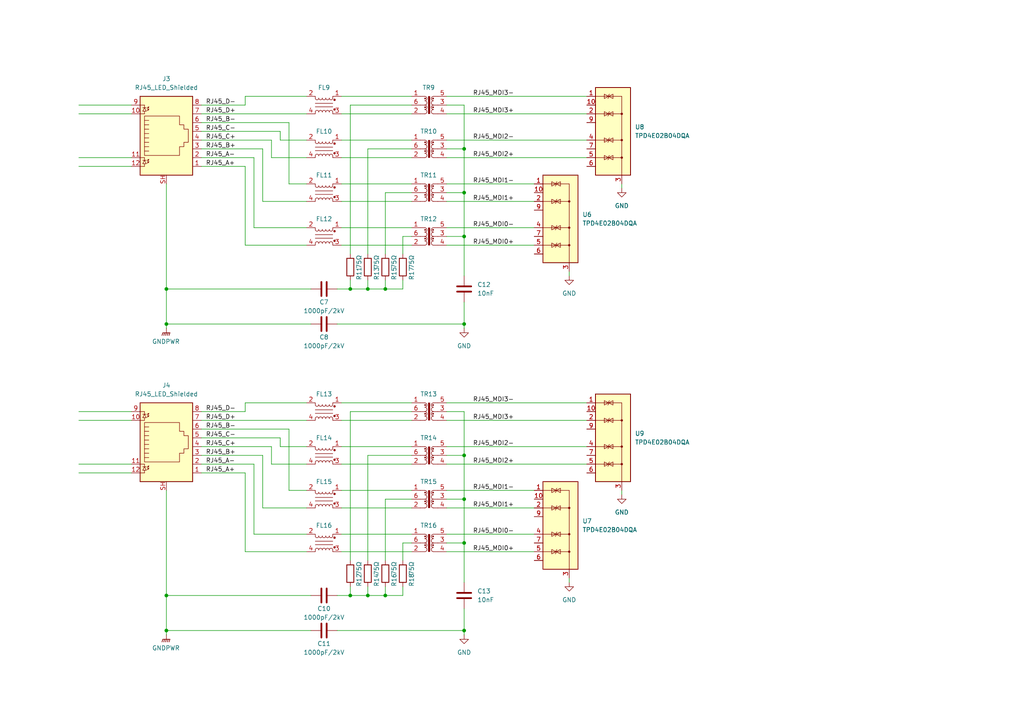
<source format=kicad_sch>
(kicad_sch (version 20250114) (generator "eeschema") (generator_version "9.0")
  (paper "A4")
  (lib_symbols
    (symbol "Connector:RJ45_LED_Shielded" (pin_names (offset 1.016))
      (property "Reference" "J" (at -5.08 13.97 0))
      (property "Value" "RJ45_LED_Shielded" (at 1.27 13.97 0))
      (symbol "RJ45_LED_Shielded_0_1"
        (polyline (pts (xy -7.62 10.16) (xy -6.35 10.16)))
        (polyline (pts (xy -7.62 7.62) (xy -6.35 7.62)))
        (polyline (pts (xy -7.62 -5.08) (xy -6.35 -5.08)))
        (polyline (pts (xy -7.62 -7.62) (xy -6.35 -7.62)))
        (polyline (pts (xy -6.858 9.398) (xy -5.842 9.398)))
        (polyline (pts (xy -6.858 -5.842) (xy -5.842 -5.842)))
        (polyline (pts (xy -6.35 10.16) (xy -6.35 9.398)))
        (polyline (pts (xy -6.35 9.398) (xy -6.858 8.382) (xy -5.842 8.382) (xy -6.35 9.398)))
        (polyline (pts (xy -6.35 7.62) (xy -6.35 8.382)))
        (polyline (pts (xy -6.35 1.905) (xy -5.08 1.905) (xy -5.08 1.905)))
        (polyline (pts (xy -6.35 0.635) (xy -5.08 0.635) (xy -5.08 0.635)))
        (polyline (pts (xy -6.35 -0.635) (xy -5.08 -0.635) (xy -5.08 -0.635)))
        (polyline (pts (xy -6.35 -1.905) (xy -5.08 -1.905) (xy -5.08 -1.905)))
        (polyline (pts (xy -6.35 -3.175) (xy -5.08 -3.175) (xy -5.08 -3.175)))
        (polyline (pts (xy -6.35 -4.445) (xy -6.35 6.985) (xy 3.81 6.985) (xy 3.81 4.445) (xy 5.08 4.445) (xy 5.08 3.175) (xy 6.35 3.175) (xy 6.35 -0.635) (xy 5.08 -0.635) (xy 5.08 -1.905) (xy 3.81 -1.905) (xy 3.81 -4.445) (xy -6.35 -4.445) (xy -6.35 -4.445)))
        (polyline (pts (xy -6.35 -5.08) (xy -6.35 -5.842)))
        (polyline (pts (xy -6.35 -5.842) (xy -6.858 -6.858) (xy -5.842 -6.858) (xy -6.35 -5.842)))
        (polyline (pts (xy -6.35 -7.62) (xy -6.35 -6.858)))
        (polyline (pts (xy -5.588 9.144) (xy -5.08 9.652) (xy -5.461 9.525)))
        (polyline (pts (xy -5.588 8.509) (xy -5.08 9.017) (xy -5.461 8.89)))
        (polyline (pts (xy -5.588 -6.096) (xy -5.08 -5.588) (xy -5.461 -5.715)))
        (polyline (pts (xy -5.588 -6.731) (xy -5.08 -6.223) (xy -5.461 -6.35)))
        (polyline (pts (xy -5.08 9.652) (xy -5.207 9.271)))
        (polyline (pts (xy -5.08 9.017) (xy -5.207 8.636)))
        (polyline (pts (xy -5.08 5.715) (xy -6.35 5.715)))
        (polyline (pts (xy -5.08 4.445) (xy -6.35 4.445)))
        (polyline (pts (xy -5.08 3.175) (xy -6.35 3.175) (xy -6.35 3.175)))
        (polyline (pts (xy -5.08 -5.588) (xy -5.207 -5.969)))
        (polyline (pts (xy -5.08 -6.223) (xy -5.207 -6.604)))
        (rectangle (start 7.62 12.7) (end -7.62 -10.16) (stroke (width 0.254)) (fill (type background)))
      )
      (symbol "RJ45_LED_Shielded_1_1"
        (pin passive line (at -10.16 10.16 0) (length 2.54) (name "~") (number "9"))
        (pin passive line (at -10.16 7.62 0) (length 2.54) (name "~") (number "10"))
        (pin passive line (at -10.16 -5.08 0) (length 2.54) (name "~") (number "11"))
        (pin passive line (at -10.16 -7.62 0) (length 2.54) (name "~") (number "12"))
        (pin passive line (at 0 -12.7 90) (length 2.54) (name "~") (number "SH"))
        (pin passive line (at 10.16 10.16 180) (length 2.54) (name "~") (number "8"))
        (pin passive line (at 10.16 7.62 180) (length 2.54) (name "~") (number "7"))
        (pin passive line (at 10.16 5.08 180) (length 2.54) (name "~") (number "6"))
        (pin passive line (at 10.16 2.54 180) (length 2.54) (name "~") (number "5"))
        (pin passive line (at 10.16 0 180) (length 2.54) (name "~") (number "4"))
        (pin passive line (at 10.16 -2.54 180) (length 2.54) (name "~") (number "3"))
        (pin passive line (at 10.16 -5.08 180) (length 2.54) (name "~") (number "2"))
        (pin passive line (at 10.16 -7.62 180) (length 2.54) (name "~") (number "1"))
      )
    )
    (symbol "Device:C" (pin_numbers (hide yes)) (pin_names (offset 0.254))
      (property "Reference" "C" (at 0.635 2.54 0))
      (property "Value" "C" (at 0.635 -2.54 0))
      (symbol "C_0_1"
        (polyline (pts (xy -2.032 0.762) (xy 2.032 0.762)) (stroke (width 0.508)))
        (polyline (pts (xy -2.032 -0.762) (xy 2.032 -0.762)) (stroke (width 0.508)))
      )
      (symbol "C_1_1"
        (pin passive line (at 0 3.81 270) (length 2.794) (name "~") (number "1"))
        (pin passive line (at 0 -3.81 90) (length 2.794) (name "~") (number "2"))
      )
    )
    (symbol "Device:Filter_EMI_CommonMode" (pin_names (offset 0.254) (hide yes))
      (property "Reference" "FL" (at 0 4.445 0))
      (property "Value" "Filter_EMI_CommonMode" (at 0 -4.445 0))
      (symbol "Filter_EMI_CommonMode_0_1"
        (circle (center -3.048 1.524) (radius 0.254) (fill (type outline)))
        (circle (center -3.048 -1.27) (radius 0.254) (fill (type outline)))
        (polyline (pts (xy -2.54 2.032) (xy -2.54 2.54)))
        (polyline (pts (xy -2.54 0.508) (xy 2.54 0.508)))
        (polyline (pts (xy -2.54 -2.032) (xy -2.54 -2.54)))
        (arc (start -1.524 2.032) (mid -2.032 1.5262) (end -2.54 2.032))
        (arc (start -2.54 -2.032) (mid -2.032 -1.5262) (end -1.524 -2.032))
        (arc (start -0.508 2.032) (mid -1.016 1.5262) (end -1.524 2.032))
        (arc (start -1.524 -2.032) (mid -1.016 -1.5262) (end -0.508 -2.032))
        (arc (start 0.508 2.032) (mid 0 1.5262) (end -0.508 2.032))
        (arc (start -0.508 -2.032) (mid 0 -1.5262) (end 0.508 -2.032))
        (arc (start 1.524 2.032) (mid 1.016 1.5262) (end 0.508 2.032))
        (arc (start 0.508 -2.032) (mid 1.016 -1.5262) (end 1.524 -2.032))
        (arc (start 2.54 2.032) (mid 2.032 1.5262) (end 1.524 2.032))
        (arc (start 1.524 -2.032) (mid 2.032 -1.5262) (end 2.54 -2.032))
        (polyline (pts (xy 2.54 2.54) (xy 2.54 2.032)))
        (polyline (pts (xy 2.54 -0.508) (xy -2.54 -0.508)))
        (polyline (pts (xy 2.54 -2.032) (xy 2.54 -2.54)))
      )
      (symbol "Filter_EMI_CommonMode_1_1"
        (pin passive line (at -5.08 2.54 0) (length 2.54) (name "1") (number "1"))
        (pin passive line (at -5.08 -2.54 0) (length 2.54) (name "3") (number "3"))
        (pin passive line (at 5.08 2.54 180) (length 2.54) (name "2") (number "2"))
        (pin passive line (at 5.08 -2.54 180) (length 2.54) (name "4") (number "4"))
      )
    )
    (symbol "Device:R" (pin_numbers (hide yes)) (pin_names (offset 0))
      (property "Reference" "R" (at 2.032 0 90))
      (property "Value" "R" (at 0 0 90))
      (symbol "R_0_1"
        (rectangle (start -1.016 -2.54) (end 1.016 2.54) (stroke (width 0.254)))
      )
      (symbol "R_1_1"
        (pin passive line (at 0 3.81 270) (length 1.27) (name "~") (number "1"))
        (pin passive line (at 0 -3.81 90) (length 1.27) (name "~") (number "2"))
      )
    )
    (symbol "Power_Protection:TPD4E02B04DQA" (pin_names (hide yes))
      (property "Reference" "U" (at 2.54 -11.43 0))
      (property "Value" "TPD4E02B04DQA" (at 7.62 1.905 0))
      (symbol "TPD4E02B04DQA_0_0"
        (pin passive line (at 2.54 -15.24 90) (length 2.54) (name "G") (number "3"))
      )
      (symbol "TPD4E02B04DQA_0_1"
        (rectangle (start -5.08 12.7) (end 5.08 -12.7) (stroke (width 0.254)) (fill (type background)))
        (polyline (pts (xy -5.08 10.16) (xy 2.54 10.16)))
        (polyline (pts (xy -5.08 5.08) (xy 2.54 5.08)))
        (polyline (pts (xy -5.08 -2.54) (xy 2.54 -2.54)))
        (polyline (pts (xy -5.08 -7.62) (xy 2.54 -7.62)))
        (polyline (pts (xy -1.27 10.16) (xy 0 9.525) (xy 0 10.795) (xy -1.27 10.16)))
        (polyline (pts (xy -1.27 5.08) (xy 0 4.445) (xy 0 5.715) (xy -1.27 5.08)))
        (polyline (pts (xy -1.27 -2.54) (xy 0 -3.175) (xy 0 -1.905) (xy -1.27 -2.54)))
        (polyline (pts (xy -1.27 -7.62) (xy 0 -8.255) (xy 0 -6.985) (xy -1.27 -7.62)))
        (polyline (pts (xy 2.54 10.16) (xy 2.54 -12.7)) (stroke (width 0.1524)))
        (circle (center 2.54 5.08) (radius 0.254) (fill (type outline)))
        (circle (center 2.54 -2.54) (radius 0.254) (fill (type outline)))
        (circle (center 2.54 -7.62) (radius 0.254) (fill (type outline)))
      )
      (symbol "TPD4E02B04DQA_1_1"
        (polyline (pts (xy -1.524 9.525) (xy -1.27 9.779) (xy -1.27 10.541) (xy -1.016 10.795)))
        (polyline (pts (xy -1.524 4.445) (xy -1.27 4.699) (xy -1.27 5.461) (xy -1.016 5.715)))
        (polyline (pts (xy -1.524 -3.175) (xy -1.27 -2.921) (xy -1.27 -2.159) (xy -1.016 -1.905)))
        (polyline (pts (xy -1.524 -8.255) (xy -1.27 -8.001) (xy -1.27 -7.239) (xy -1.016 -6.985)))
        (polyline (pts (xy -1.27 10.16) (xy -2.54 9.525) (xy -2.54 10.795) (xy -1.27 10.16)))
        (polyline (pts (xy -1.27 5.08) (xy -2.54 4.445) (xy -2.54 5.715) (xy -1.27 5.08)))
        (polyline (pts (xy -1.27 -2.54) (xy -2.54 -3.175) (xy -2.54 -1.905) (xy -1.27 -2.54)))
        (polyline (pts (xy -1.27 -7.62) (xy -2.54 -8.255) (xy -2.54 -6.985) (xy -1.27 -7.62)))
        (pin passive line (at -7.62 10.16 0) (length 2.54) (name "IO1") (number "1"))
        (pin free line (at -7.62 7.62 0) (length 2.54) (name "NC") (number "10"))
        (pin passive line (at -7.62 5.08 0) (length 2.54) (name "IO2") (number "2"))
        (pin free line (at -7.62 2.54 0) (length 2.54) (name "NC") (number "9"))
        (pin passive line (at -7.62 -2.54 0) (length 2.54) (name "IO3") (number "4"))
        (pin free line (at -7.62 -5.08 0) (length 2.54) (name "NC") (number "7"))
        (pin passive line (at -7.62 -7.62 0) (length 2.54) (name "IO4") (number "5"))
        (pin free line (at -7.62 -10.16 0) (length 2.54) (name "NC") (number "6"))
        (pin passive line (at 2.54 -15.24 90) (length 2.54) (hide yes) (name "G") (number "8"))
      )
    )
    (symbol "User:TDK_ALT3232M_ALT4532M"
      (property "Reference" "TR" (at 0 5.08 0))
      (property "Value" "TDK_ALT3232M_ALT4532M" (at 0 -5.08 0))
      (symbol "TDK_ALT3232M_ALT4532M_0_1"
        (polyline (pts (xy -2.54 2.54) (xy -1.27 2.54)))
        (polyline (pts (xy -2.54 0) (xy -1.27 0)))
        (polyline (pts (xy -2.54 -2.54) (xy -1.27 -2.54)))
        (arc (start -1.27 0) (mid -0.6377 -0.635) (end -1.27 -1.27))
        (arc (start -1.27 -1.27) (mid -0.6377 -1.905) (end -1.27 -2.54))
        (rectangle (start -0.254 2.54) (end 0.254 -2.54) (stroke (width 0.0254)) (fill (type outline)))
        (polyline (pts (xy 1.27 2.54) (xy 2.54 2.54)))
        (polyline (pts (xy 1.27 0) (xy 2.54 0)))
        (polyline (pts (xy 1.27 -2.54) (xy 2.54 -2.54)))
      )
      (symbol "TDK_ALT3232M_ALT4532M_1_1"
        (arc (start -1.27 2.54) (mid -0.6377 1.905) (end -1.27 1.27))
        (arc (start -1.27 1.27) (mid -0.6377 0.635) (end -1.27 0))
        (circle (center -1.143 1.905) (radius 0.127) (stroke (width 0.254)))
        (circle (center -1.143 -0.635) (radius 0.127) (stroke (width 0.254)))
        (circle (center 1.143 1.905) (radius 0.127) (stroke (width 0.254)))
        (circle (center 1.143 -0.635) (radius 0.127) (stroke (width 0.254)))
        (arc (start 1.27 1.27) (mid 0.6377 1.905) (end 1.27 2.54))
        (arc (start 1.27 0) (mid 0.6377 0.635) (end 1.27 1.27))
        (arc (start 1.27 -1.27) (mid 0.6377 -0.635) (end 1.27 0))
        (arc (start 1.27 -2.54) (mid 0.6377 -1.905) (end 1.27 -1.27))
        (pin passive line (at -5.08 2.54 0) (length 2.54) (name "~") (number "1"))
        (pin passive line (at -5.08 0 0) (length 2.54) (name "~") (number "6"))
        (pin passive line (at -5.08 -2.54 0) (length 2.54) (name "~") (number "2"))
        (pin passive line (at 5.08 2.54 180) (length 2.54) (name "~") (number "5"))
        (pin passive line (at 5.08 0 180) (length 2.54) (name "~") (number "3"))
        (pin passive line (at 5.08 -2.54 180) (length 2.54) (name "~") (number "4"))
      )
    )
    (symbol "power:GND" (power) (pin_numbers (hide yes)) (pin_names (offset 0) (hide yes))
      (property "Value" "GND" (at 0 -3.81 0))
      (symbol "GND_0_1"
        (polyline (pts (xy 0 0) (xy 0 -1.27) (xy 1.27 -1.27) (xy 0 -2.54) (xy -1.27 -1.27) (xy 0 -1.27)))
      )
      (symbol "GND_1_1"
        (pin power_in line (at 0 0 270) (length 0) (name "~") (number "1"))
      )
    )
    (symbol "power:GNDPWR" (power) (pin_numbers (hide yes)) (pin_names (offset 0) (hide yes))
      (property "Value" "GNDPWR" (at 0 -3.302 0))
      (symbol "GNDPWR_0_1"
        (polyline (pts (xy -1.016 -1.27) (xy -1.27 -2.032) (xy -1.27 -2.032)) (stroke (width 0.2032)))
        (polyline (pts (xy -0.508 -1.27) (xy -0.762 -2.032) (xy -0.762 -2.032)) (stroke (width 0.2032)))
        (polyline (pts (xy 0 -1.27) (xy 0 0)))
        (polyline (pts (xy 0 -1.27) (xy -0.254 -2.032) (xy -0.254 -2.032)) (stroke (width 0.2032)))
        (polyline (pts (xy 0.508 -1.27) (xy 0.254 -2.032) (xy 0.254 -2.032)) (stroke (width 0.2032)))
        (polyline (pts (xy 1.016 -1.27) (xy -1.016 -1.27) (xy -1.016 -1.27)) (stroke (width 0.2032)))
        (polyline (pts (xy 1.016 -1.27) (xy 0.762 -2.032) (xy 0.762 -2.032) (xy 0.762 -2.032)) (stroke (width 0.2032)))
      )
      (symbol "GNDPWR_1_1"
        (pin power_in line (at 0 0 270) (length 0) (name "~") (number "1"))
      )
    )
  )
  (junction (at 106.68 83.82))
  (junction (at 106.68 172.72))
  (junction (at 134.62 43.18))
  (junction (at 134.62 132.08))
  (junction (at 111.76 83.82))
  (junction (at 134.62 68.58))
  (junction (at 48.26 182.88))
  (junction (at 48.26 172.72))
  (junction (at 101.6 172.72))
  (junction (at 48.26 83.82))
  (junction (at 134.62 144.78))
  (junction (at 134.62 55.88))
  (junction (at 48.26 93.98))
  (junction (at 101.6 83.82))
  (junction (at 134.62 157.48))
  (junction (at 111.76 172.72))
  (junction (at 134.62 93.98))
  (junction (at 134.62 182.88))
  (wire (pts (xy 78.74 45.72) (xy 88.9 45.72)))
  (wire (pts (xy 180.34 53.34) (xy 180.34 54.61)))
  (wire (pts (xy 106.68 83.82) (xy 101.6 83.82)))
  (wire (pts (xy 71.12 48.26) (xy 58.42 48.26)))
  (wire (pts (xy 83.82 124.46) (xy 83.82 142.24)))
  (wire (pts (xy 116.84 170.18) (xy 116.84 172.72)))
  (wire (pts (xy 83.82 35.56) (xy 83.82 53.34)))
  (wire (pts (xy 129.54 27.94) (xy 170.18 27.94)))
  (wire (pts (xy 22.86 33.02) (xy 38.1 33.02)))
  (wire (pts (xy 99.06 160.02) (xy 119.38 160.02)))
  (wire (pts (xy 106.68 170.18) (xy 106.68 172.72)))
  (wire (pts (xy 129.54 33.02) (xy 170.18 33.02)))
  (wire (pts (xy 76.2 147.32) (xy 88.9 147.32)))
  (wire (pts (xy 58.42 127) (xy 81.28 127)))
  (wire (pts (xy 58.42 43.18) (xy 76.2 43.18)))
  (wire (pts (xy 81.28 40.64) (xy 88.9 40.64)))
  (wire (pts (xy 48.26 142.24) (xy 48.26 172.72)))
  (wire (pts (xy 111.76 144.78) (xy 119.38 144.78)))
  (wire (pts (xy 48.26 53.34) (xy 48.26 83.82)))
  (wire (pts (xy 111.76 170.18) (xy 111.76 172.72)))
  (wire (pts (xy 106.68 43.18) (xy 119.38 43.18)))
  (wire (pts (xy 71.12 116.84) (xy 88.9 116.84)))
  (wire (pts (xy 99.06 147.32) (xy 119.38 147.32)))
  (wire (pts (xy 134.62 55.88) (xy 134.62 68.58)))
  (wire (pts (xy 111.76 172.72) (xy 106.68 172.72)))
  (wire (pts (xy 22.86 137.16) (xy 38.1 137.16)))
  (wire (pts (xy 48.26 182.88) (xy 90.17 182.88)))
  (wire (pts (xy 71.12 27.94) (xy 88.9 27.94)))
  (wire (pts (xy 129.54 53.34) (xy 154.94 53.34)))
  (wire (pts (xy 134.62 93.98) (xy 134.62 95.25)))
  (wire (pts (xy 22.86 121.92) (xy 38.1 121.92)))
  (wire (pts (xy 134.62 43.18) (xy 134.62 55.88)))
  (wire (pts (xy 99.06 121.92) (xy 119.38 121.92)))
  (wire (pts (xy 129.54 55.88) (xy 134.62 55.88)))
  (wire (pts (xy 101.6 119.38) (xy 101.6 162.56)))
  (wire (pts (xy 106.68 162.56) (xy 106.68 132.08)))
  (wire (pts (xy 48.26 95.25) (xy 48.26 93.98)))
  (wire (pts (xy 76.2 43.18) (xy 76.2 58.42)))
  (wire (pts (xy 101.6 81.28) (xy 101.6 83.82)))
  (wire (pts (xy 81.28 129.54) (xy 88.9 129.54)))
  (wire (pts (xy 129.54 45.72) (xy 170.18 45.72)))
  (wire (pts (xy 134.62 157.48) (xy 134.62 168.91)))
  (wire (pts (xy 111.76 81.28) (xy 111.76 83.82)))
  (wire (pts (xy 81.28 38.1) (xy 81.28 40.64)))
  (wire (pts (xy 101.6 119.38) (xy 119.38 119.38)))
  (wire (pts (xy 134.62 176.53) (xy 134.62 182.88)))
  (wire (pts (xy 129.54 43.18) (xy 134.62 43.18)))
  (wire (pts (xy 22.86 30.48) (xy 38.1 30.48)))
  (wire (pts (xy 58.42 132.08) (xy 76.2 132.08)))
  (wire (pts (xy 99.06 27.94) (xy 119.38 27.94)))
  (wire (pts (xy 134.62 68.58) (xy 129.54 68.58)))
  (wire (pts (xy 58.42 129.54) (xy 78.74 129.54)))
  (wire (pts (xy 48.26 184.15) (xy 48.26 182.88)))
  (wire (pts (xy 58.42 30.48) (xy 71.12 30.48)))
  (wire (pts (xy 165.1 78.74) (xy 165.1 80.01)))
  (wire (pts (xy 99.06 53.34) (xy 119.38 53.34)))
  (wire (pts (xy 73.66 134.62) (xy 73.66 154.94)))
  (wire (pts (xy 111.76 55.88) (xy 119.38 55.88)))
  (wire (pts (xy 99.06 116.84) (xy 119.38 116.84)))
  (wire (pts (xy 129.54 147.32) (xy 154.94 147.32)))
  (wire (pts (xy 129.54 134.62) (xy 170.18 134.62)))
  (wire (pts (xy 134.62 144.78) (xy 134.62 157.48)))
  (wire (pts (xy 129.54 154.94) (xy 154.94 154.94)))
  (wire (pts (xy 106.68 73.66) (xy 106.68 43.18)))
  (wire (pts (xy 165.1 167.64) (xy 165.1 168.91)))
  (wire (pts (xy 83.82 53.34) (xy 88.9 53.34)))
  (wire (pts (xy 101.6 170.18) (xy 101.6 172.72)))
  (wire (pts (xy 129.54 160.02) (xy 154.94 160.02)))
  (wire (pts (xy 83.82 142.24) (xy 88.9 142.24)))
  (wire (pts (xy 22.86 134.62) (xy 38.1 134.62)))
  (wire (pts (xy 58.42 121.92) (xy 88.9 121.92)))
  (wire (pts (xy 99.06 40.64) (xy 119.38 40.64)))
  (wire (pts (xy 101.6 30.48) (xy 119.38 30.48)))
  (wire (pts (xy 71.12 119.38) (xy 71.12 116.84)))
  (wire (pts (xy 111.76 162.56) (xy 111.76 144.78)))
  (wire (pts (xy 78.74 134.62) (xy 88.9 134.62)))
  (wire (pts (xy 99.06 129.54) (xy 119.38 129.54)))
  (wire (pts (xy 129.54 142.24) (xy 154.94 142.24)))
  (wire (pts (xy 81.28 127) (xy 81.28 129.54)))
  (wire (pts (xy 48.26 83.82) (xy 90.17 83.82)))
  (wire (pts (xy 129.54 58.42) (xy 154.94 58.42)))
  (wire (pts (xy 129.54 30.48) (xy 134.62 30.48)))
  (wire (pts (xy 180.34 142.24) (xy 180.34 143.51)))
  (wire (pts (xy 129.54 119.38) (xy 134.62 119.38)))
  (wire (pts (xy 97.79 182.88) (xy 134.62 182.88)))
  (wire (pts (xy 88.9 160.02) (xy 71.12 160.02)))
  (wire (pts (xy 76.2 132.08) (xy 76.2 147.32)))
  (wire (pts (xy 116.84 83.82) (xy 111.76 83.82)))
  (wire (pts (xy 71.12 137.16) (xy 58.42 137.16)))
  (wire (pts (xy 58.42 38.1) (xy 81.28 38.1)))
  (wire (pts (xy 76.2 58.42) (xy 88.9 58.42)))
  (wire (pts (xy 78.74 129.54) (xy 78.74 134.62)))
  (wire (pts (xy 134.62 119.38) (xy 134.62 132.08)))
  (wire (pts (xy 73.66 66.04) (xy 88.9 66.04)))
  (wire (pts (xy 129.54 66.04) (xy 154.94 66.04)))
  (wire (pts (xy 97.79 93.98) (xy 134.62 93.98)))
  (wire (pts (xy 58.42 45.72) (xy 73.66 45.72)))
  (wire (pts (xy 116.84 157.48) (xy 116.84 162.56)))
  (wire (pts (xy 99.06 33.02) (xy 119.38 33.02)))
  (wire (pts (xy 101.6 30.48) (xy 101.6 73.66)))
  (wire (pts (xy 129.54 116.84) (xy 170.18 116.84)))
  (wire (pts (xy 106.68 81.28) (xy 106.68 83.82)))
  (wire (pts (xy 58.42 124.46) (xy 83.82 124.46)))
  (wire (pts (xy 99.06 45.72) (xy 119.38 45.72)))
  (wire (pts (xy 129.54 129.54) (xy 170.18 129.54)))
  (wire (pts (xy 129.54 71.12) (xy 154.94 71.12)))
  (wire (pts (xy 48.26 93.98) (xy 90.17 93.98)))
  (wire (pts (xy 73.66 154.94) (xy 88.9 154.94)))
  (wire (pts (xy 134.62 87.63) (xy 134.62 93.98)))
  (wire (pts (xy 99.06 71.12) (xy 119.38 71.12)))
  (wire (pts (xy 58.42 40.64) (xy 78.74 40.64)))
  (wire (pts (xy 134.62 30.48) (xy 134.62 43.18)))
  (wire (pts (xy 99.06 58.42) (xy 119.38 58.42)))
  (wire (pts (xy 101.6 83.82) (xy 97.79 83.82)))
  (wire (pts (xy 116.84 68.58) (xy 116.84 73.66)))
  (wire (pts (xy 129.54 40.64) (xy 170.18 40.64)))
  (wire (pts (xy 111.76 83.82) (xy 106.68 83.82)))
  (wire (pts (xy 134.62 182.88) (xy 134.62 184.15)))
  (wire (pts (xy 71.12 160.02) (xy 71.12 137.16)))
  (wire (pts (xy 58.42 35.56) (xy 83.82 35.56)))
  (wire (pts (xy 119.38 68.58) (xy 116.84 68.58)))
  (wire (pts (xy 22.86 45.72) (xy 38.1 45.72)))
  (wire (pts (xy 78.74 40.64) (xy 78.74 45.72)))
  (wire (pts (xy 116.84 172.72) (xy 111.76 172.72)))
  (wire (pts (xy 99.06 154.94) (xy 119.38 154.94)))
  (wire (pts (xy 22.86 119.38) (xy 38.1 119.38)))
  (wire (pts (xy 116.84 81.28) (xy 116.84 83.82)))
  (wire (pts (xy 134.62 68.58) (xy 134.62 80.01)))
  (wire (pts (xy 134.62 132.08) (xy 134.62 144.78)))
  (wire (pts (xy 48.26 182.88) (xy 48.26 172.72)))
  (wire (pts (xy 48.26 93.98) (xy 48.26 83.82)))
  (wire (pts (xy 48.26 172.72) (xy 90.17 172.72)))
  (wire (pts (xy 58.42 33.02) (xy 88.9 33.02)))
  (wire (pts (xy 106.68 132.08) (xy 119.38 132.08)))
  (wire (pts (xy 22.86 48.26) (xy 38.1 48.26)))
  (wire (pts (xy 71.12 30.48) (xy 71.12 27.94)))
  (wire (pts (xy 58.42 134.62) (xy 73.66 134.62)))
  (wire (pts (xy 101.6 172.72) (xy 97.79 172.72)))
  (wire (pts (xy 71.12 71.12) (xy 71.12 48.26)))
  (wire (pts (xy 129.54 121.92) (xy 170.18 121.92)))
  (wire (pts (xy 58.42 119.38) (xy 71.12 119.38)))
  (wire (pts (xy 73.66 45.72) (xy 73.66 66.04)))
  (wire (pts (xy 99.06 142.24) (xy 119.38 142.24)))
  (wire (pts (xy 99.06 134.62) (xy 119.38 134.62)))
  (wire (pts (xy 111.76 73.66) (xy 111.76 55.88)))
  (wire (pts (xy 129.54 144.78) (xy 134.62 144.78)))
  (wire (pts (xy 99.06 66.04) (xy 119.38 66.04)))
  (wire (pts (xy 119.38 157.48) (xy 116.84 157.48)))
  (wire (pts (xy 134.62 157.48) (xy 129.54 157.48)))
  (wire (pts (xy 129.54 132.08) (xy 134.62 132.08)))
  (wire (pts (xy 88.9 71.12) (xy 71.12 71.12)))
  (wire (pts (xy 106.68 172.72) (xy 101.6 172.72)))
  (label "RJ45_MDI1+" (at 137.16 58.42 0))
  (label "RJ45_A+" (at 59.69 137.16 0))
  (label "RJ45_MDI0+" (at 137.16 160.02 0))
  (label "RJ45_D-" (at 59.69 30.48 0))
  (label "RJ45_A-" (at 59.69 134.62 0))
  (label "RJ45_C-" (at 59.69 38.1 0))
  (label "RJ45_MDI0-" (at 137.16 66.04 0))
  (label "RJ45_C+" (at 59.69 40.64 0))
  (label "RJ45_MDI1-" (at 137.16 142.24 0))
  (label "RJ45_MDI3-" (at 137.16 27.94 0))
  (label "RJ45_A+" (at 59.69 48.26 0))
  (label "RJ45_MDI0+" (at 137.16 71.12 0))
  (label "RJ45_MDI1-" (at 137.16 53.34 0))
  (label "RJ45_MDI3+" (at 137.16 121.92 0))
  (label "RJ45_C+" (at 59.69 129.54 0))
  (label "RJ45_MDI2+" (at 137.16 134.62 0))
  (label "RJ45_MDI2+" (at 137.16 45.72 0))
  (label "RJ45_MDI2-" (at 137.16 40.64 0))
  (label "RJ45_D+" (at 59.69 121.92 0))
  (label "RJ45_MDI3+" (at 137.16 33.02 0))
  (label "RJ45_D-" (at 59.69 119.38 0))
  (label "RJ45_C-" (at 59.69 127 0))
  (label "RJ45_MDI2-" (at 137.16 129.54 0))
  (label "RJ45_B-" (at 59.69 35.56 0))
  (label "RJ45_B+" (at 59.69 132.08 0))
  (label "RJ45_MDI3-" (at 137.16 116.84 0))
  (label "RJ45_B-" (at 59.69 124.46 0))
  (label "RJ45_MDI1+" (at 137.16 147.32 0))
  (label "RJ45_B+" (at 59.69 43.18 0))
  (label "RJ45_D+" (at 59.69 33.02 0))
  (label "RJ45_MDI0-" (at 137.16 154.94 0))
  (label "RJ45_A-" (at 59.69 45.72 0))
  (symbol (lib_id "Power_Protection:TPD4E02B04DQA") (at 177.8 38.1 0) (unit 1)
    (property "Reference" "U8" (at 184.15 36.8299 0) (effects (justify left)))
    (property "Value" "TPD4E02B04DQA" (at 184.15 39.3699 0) (effects (justify left)))
    (property "Footprint" "Package_SON:USON-10_2.5x1.0mm_P0.5mm" (effects (hide yes)))
    (property "Datasheet" "http://www.ti.com/lit/ds/symlink/tpd4e02b04.pdf" (effects (hide yes)))
    (property "Description" "4-Channel ESD Protection Diode for USB Type-C and HDMI 2.0, USON-10" (effects (hide yes)))
  )
  (symbol (lib_id "Device:R") (at 101.6 77.47 0) (unit 1)
    (property "Reference" "R11" (at 104.14 81.28 90) (effects (justify left)))
    (property "Value" "75Ω" (at 104.1401 77.978 90) (effects (justify left)))
    (property "Description" "Resistor" (effects (hide yes)))
  )
  (symbol (lib_id "Power_Protection:TPD4E02B04DQA") (at 162.56 152.4 0) (unit 1)
    (property "Reference" "U7" (at 168.91 151.1299 0) (effects (justify left)))
    (property "Value" "TPD4E02B04DQA" (at 168.91 153.6699 0) (effects (justify left)))
    (property "Footprint" "Package_SON:USON-10_2.5x1.0mm_P0.5mm" (effects (hide yes)))
    (property "Datasheet" "http://www.ti.com/lit/ds/symlink/tpd4e02b04.pdf" (effects (hide yes)))
    (property "Description" "4-Channel ESD Protection Diode for USB Type-C and HDMI 2.0, USON-10" (effects (hide yes)))
  )
  (symbol (lib_id "Connector:RJ45_LED_Shielded") (at 48.26 129.54 0) (unit 1)
    (property "Reference" "J4" (at 48.26 111.76 0))
    (property "Value" "RJ45_LED_Shielded" (at 48.26 114.3 0))
    (property "Description" "RJ connector, 8P8C (8 positions 8 connected), two LEDs, Shielded" (effects (hide yes)))
  )
  (symbol (lib_id "power:GND") (at 165.1 168.91 0) (unit 1)
    (property "Reference" "#PWR015" (effects (hide yes)))
    (property "Value" "GND" (at 165.1 173.99 0))
    (property "Description" "Power symbol creates a global label with name \"GND\" , ground" (effects (hide yes)))
  )
  (symbol (lib_id "Power_Protection:TPD4E02B04DQA") (at 177.8 127 0) (unit 1)
    (property "Reference" "U9" (at 184.15 125.7299 0) (effects (justify left)))
    (property "Value" "TPD4E02B04DQA" (at 184.15 128.2699 0) (effects (justify left)))
    (property "Footprint" "Package_SON:USON-10_2.5x1.0mm_P0.5mm" (effects (hide yes)))
    (property "Datasheet" "http://www.ti.com/lit/ds/symlink/tpd4e02b04.pdf" (effects (hide yes)))
    (property "Description" "4-Channel ESD Protection Diode for USB Type-C and HDMI 2.0, USON-10" (effects (hide yes)))
  )
  (symbol (lib_id "power:GND") (at 180.34 143.51 0) (unit 1)
    (property "Reference" "#PWR019" (effects (hide yes)))
    (property "Value" "GND" (at 180.34 148.59 0))
    (property "Description" "Power symbol creates a global label with name \"GND\" , ground" (effects (hide yes)))
  )
  (symbol (lib_id "Device:C") (at 93.98 172.72 90) (mirror x) (unit 1)
    (property "Reference" "C10" (at 93.98 176.53 90))
    (property "Value" "1000pF/2kV" (at 93.98 179.07 90))
    (property "Description" "Unpolarized capacitor" (effects (hide yes)))
  )
  (symbol (lib_id "Device:C") (at 93.98 83.82 90) (mirror x) (unit 1)
    (property "Reference" "C7" (at 93.98 87.63 90))
    (property "Value" "1000pF/2kV" (at 93.98 90.17 90))
    (property "Description" "Unpolarized capacitor" (effects (hide yes)))
  )
  (symbol (lib_id "Device:Filter_EMI_CommonMode") (at 93.98 30.48 0) (mirror y) (unit 1)
    (property "Reference" "FL9" (at 93.98 25.4 0))
    (property "Value" "Filter_EMI_CommonMode" (effects (hide yes)))
    (property "Description" "EMI 2-inductor common mode filter" (effects (hide yes)))
  )
  (symbol (lib_id "Device:C") (at 134.62 172.72 0) (unit 1)
    (property "Reference" "C13" (at 138.43 171.4499 0) (effects (justify left)))
    (property "Value" "10nF" (at 138.43 173.9899 0) (effects (justify left)))
    (property "Description" "Unpolarized capacitor" (effects (hide yes)))
  )
  (symbol (lib_id "power:GNDPWR") (at 48.26 184.15 0) (unit 1)
    (property "Reference" "#PWR011" (effects (hide yes)))
    (property "Value" "GNDPWR" (at 48.133 187.96 0))
    (property "Description" "Power symbol creates a global label with name \"GNDPWR\" , global ground" (effects (hide yes)))
  )
  (symbol (lib_id "Device:R") (at 111.76 77.47 0) (unit 1)
    (property "Reference" "R15" (at 114.3 81.28 90) (effects (justify left)))
    (property "Value" "75Ω" (at 114.3001 77.978 90) (effects (justify left)))
    (property "Description" "Resistor" (effects (hide yes)))
  )
  (symbol (lib_id "power:GND") (at 134.62 184.15 0) (unit 1)
    (property "Reference" "#PWR013" (effects (hide yes)))
    (property "Value" "GND" (at 134.62 189.23 0))
    (property "Description" "Power symbol creates a global label with name \"GND\" , ground" (effects (hide yes)))
  )
  (symbol (lib_id "Device:R") (at 106.68 166.37 0) (unit 1)
    (property "Reference" "R14" (at 109.22 170.18 90) (effects (justify left)))
    (property "Value" "75Ω" (at 109.2201 166.878 90) (effects (justify left)))
    (property "Description" "Resistor" (effects (hide yes)))
  )
  (symbol (lib_id "Connector:RJ45_LED_Shielded") (at 48.26 40.64 0) (unit 1)
    (property "Reference" "J3" (at 48.26 22.86 0))
    (property "Value" "RJ45_LED_Shielded" (at 48.26 25.4 0))
    (property "Description" "RJ connector, 8P8C (8 positions 8 connected), two LEDs, Shielded" (effects (hide yes)))
  )
  (symbol (lib_id "User:TDK_ALT3232M_ALT4532M") (at 124.46 119.38 0) (unit 1)
    (property "Reference" "TR13" (at 124.333 114.3 0))
    (property "Value" "TDK_ALT3232M_ALT4532M" (effects (hide yes)))
    (property "Footprint" "User:Transformer_TDK_ALT3232M-151-T001" (effects (hide yes)))
    (property "Datasheet" "https://product.tdk.com/system/files/dam/doc/product/transformer/transformer/lan/catalog/trans_alt_en.pdf" (effects (hide yes)))
    (property "Description" "1CT:1CT 10/100/1000 Base-T Ethernet Pulse Transformer, SMD-6" (effects (hide yes)))
  )
  (symbol (lib_id "Device:R") (at 106.68 77.47 0) (unit 1)
    (property "Reference" "R13" (at 109.22 81.28 90) (effects (justify left)))
    (property "Value" "75Ω" (at 109.2201 77.978 90) (effects (justify left)))
    (property "Description" "Resistor" (effects (hide yes)))
  )
  (symbol (lib_id "Power_Protection:TPD4E02B04DQA") (at 162.56 63.5 0) (unit 1)
    (property "Reference" "U6" (at 168.91 62.2299 0) (effects (justify left)))
    (property "Value" "TPD4E02B04DQA" (at 168.91 64.7699 0) (effects (justify left)))
    (property "Footprint" "Package_SON:USON-10_2.5x1.0mm_P0.5mm" (effects (hide yes)))
    (property "Datasheet" "http://www.ti.com/lit/ds/symlink/tpd4e02b04.pdf" (effects (hide yes)))
    (property "Description" "4-Channel ESD Protection Diode for USB Type-C and HDMI 2.0, USON-10" (effects (hide yes)))
  )
  (symbol (lib_id "User:TDK_ALT3232M_ALT4532M") (at 124.46 55.88 0) (unit 1)
    (property "Reference" "TR11" (at 124.333 50.8 0))
    (property "Value" "TDK_ALT3232M_ALT4532M" (effects (hide yes)))
    (property "Footprint" "User:Transformer_TDK_ALT3232M-151-T001" (effects (hide yes)))
    (property "Datasheet" "https://product.tdk.com/system/files/dam/doc/product/transformer/transformer/lan/catalog/trans_alt_en.pdf" (effects (hide yes)))
    (property "Description" "1CT:1CT 10/100/1000 Base-T Ethernet Pulse Transformer, SMD-6" (effects (hide yes)))
  )
  (symbol (lib_id "Device:C") (at 134.62 83.82 0) (unit 1)
    (property "Reference" "C12" (at 138.43 82.5499 0) (effects (justify left)))
    (property "Value" "10nF" (at 138.43 85.0899 0) (effects (justify left)))
    (property "Description" "Unpolarized capacitor" (effects (hide yes)))
  )
  (symbol (lib_id "Device:Filter_EMI_CommonMode") (at 93.98 144.78 0) (mirror y) (unit 1)
    (property "Reference" "FL15" (at 93.98 139.7 0))
    (property "Value" "Filter_EMI_CommonMode" (effects (hide yes)))
    (property "Description" "EMI 2-inductor common mode filter" (effects (hide yes)))
  )
  (symbol (lib_id "User:TDK_ALT3232M_ALT4532M") (at 124.46 43.18 0) (unit 1)
    (property "Reference" "TR10" (at 124.333 38.1 0))
    (property "Value" "TDK_ALT3232M_ALT4532M" (effects (hide yes)))
    (property "Footprint" "User:Transformer_TDK_ALT3232M-151-T001" (effects (hide yes)))
    (property "Datasheet" "https://product.tdk.com/system/files/dam/doc/product/transformer/transformer/lan/catalog/trans_alt_en.pdf" (effects (hide yes)))
    (property "Description" "1CT:1CT 10/100/1000 Base-T Ethernet Pulse Transformer, SMD-6" (effects (hide yes)))
  )
  (symbol (lib_id "Device:Filter_EMI_CommonMode") (at 93.98 119.38 0) (mirror y) (unit 1)
    (property "Reference" "FL13" (at 93.98 114.3 0))
    (property "Value" "Filter_EMI_CommonMode" (effects (hide yes)))
    (property "Description" "EMI 2-inductor common mode filter" (effects (hide yes)))
  )
  (symbol (lib_id "User:TDK_ALT3232M_ALT4532M") (at 124.46 144.78 0) (unit 1)
    (property "Reference" "TR15" (at 124.333 139.7 0))
    (property "Value" "TDK_ALT3232M_ALT4532M" (effects (hide yes)))
    (property "Footprint" "User:Transformer_TDK_ALT3232M-151-T001" (effects (hide yes)))
    (property "Datasheet" "https://product.tdk.com/system/files/dam/doc/product/transformer/transformer/lan/catalog/trans_alt_en.pdf" (effects (hide yes)))
    (property "Description" "1CT:1CT 10/100/1000 Base-T Ethernet Pulse Transformer, SMD-6" (effects (hide yes)))
  )
  (symbol (lib_id "Device:R") (at 111.76 166.37 0) (unit 1)
    (property "Reference" "R16" (at 114.3 170.18 90) (effects (justify left)))
    (property "Value" "75Ω" (at 114.3001 166.878 90) (effects (justify left)))
    (property "Description" "Resistor" (effects (hide yes)))
  )
  (symbol (lib_id "power:GND") (at 165.1 80.01 0) (unit 1)
    (property "Reference" "#PWR014" (effects (hide yes)))
    (property "Value" "GND" (at 165.1 85.09 0))
    (property "Description" "Power symbol creates a global label with name \"GND\" , ground" (effects (hide yes)))
  )
  (symbol (lib_id "Device:Filter_EMI_CommonMode") (at 93.98 55.88 0) (mirror y) (unit 1)
    (property "Reference" "FL11" (at 93.98 50.8 0))
    (property "Value" "Filter_EMI_CommonMode" (effects (hide yes)))
    (property "Description" "EMI 2-inductor common mode filter" (effects (hide yes)))
  )
  (symbol (lib_id "User:TDK_ALT3232M_ALT4532M") (at 124.46 30.48 0) (unit 1)
    (property "Reference" "TR9" (at 124.333 25.4 0))
    (property "Value" "TDK_ALT3232M_ALT4532M" (effects (hide yes)))
    (property "Footprint" "User:Transformer_TDK_ALT3232M-151-T001" (effects (hide yes)))
    (property "Datasheet" "https://product.tdk.com/system/files/dam/doc/product/transformer/transformer/lan/catalog/trans_alt_en.pdf" (effects (hide yes)))
    (property "Description" "1CT:1CT 10/100/1000 Base-T Ethernet Pulse Transformer, SMD-6" (effects (hide yes)))
  )
  (symbol (lib_id "Device:R") (at 101.6 166.37 0) (unit 1)
    (property "Reference" "R12" (at 104.14 170.18 90) (effects (justify left)))
    (property "Value" "75Ω" (at 104.1401 166.878 90) (effects (justify left)))
    (property "Description" "Resistor" (effects (hide yes)))
  )
  (symbol (lib_id "Device:Filter_EMI_CommonMode") (at 93.98 43.18 0) (mirror y) (unit 1)
    (property "Reference" "FL10" (at 93.98 38.1 0))
    (property "Value" "Filter_EMI_CommonMode" (effects (hide yes)))
    (property "Description" "EMI 2-inductor common mode filter" (effects (hide yes)))
  )
  (symbol (lib_id "User:TDK_ALT3232M_ALT4532M") (at 124.46 132.08 0) (unit 1)
    (property "Reference" "TR14" (at 124.333 127 0))
    (property "Value" "TDK_ALT3232M_ALT4532M" (effects (hide yes)))
    (property "Footprint" "User:Transformer_TDK_ALT3232M-151-T001" (effects (hide yes)))
    (property "Datasheet" "https://product.tdk.com/system/files/dam/doc/product/transformer/transformer/lan/catalog/trans_alt_en.pdf" (effects (hide yes)))
    (property "Description" "1CT:1CT 10/100/1000 Base-T Ethernet Pulse Transformer, SMD-6" (effects (hide yes)))
  )
  (symbol (lib_id "Device:Filter_EMI_CommonMode") (at 93.98 132.08 0) (mirror y) (unit 1)
    (property "Reference" "FL14" (at 93.98 127 0))
    (property "Value" "Filter_EMI_CommonMode" (effects (hide yes)))
    (property "Description" "EMI 2-inductor common mode filter" (effects (hide yes)))
  )
  (symbol (lib_id "Device:C") (at 93.98 93.98 90) (mirror x) (unit 1)
    (property "Reference" "C8" (at 93.98 97.79 90))
    (property "Value" "1000pF/2kV" (at 93.98 100.33 90))
    (property "Description" "Unpolarized capacitor" (effects (hide yes)))
  )
  (symbol (lib_id "Device:Filter_EMI_CommonMode") (at 93.98 157.48 0) (mirror y) (unit 1)
    (property "Reference" "FL16" (at 93.98 152.4 0))
    (property "Value" "Filter_EMI_CommonMode" (effects (hide yes)))
    (property "Description" "EMI 2-inductor common mode filter" (effects (hide yes)))
  )
  (symbol (lib_id "power:GNDPWR") (at 48.26 95.25 0) (unit 1)
    (property "Reference" "#PWR09" (effects (hide yes)))
    (property "Value" "GNDPWR" (at 48.133 99.06 0))
    (property "Description" "Power symbol creates a global label with name \"GNDPWR\" , global ground" (effects (hide yes)))
  )
  (symbol (lib_id "Device:Filter_EMI_CommonMode") (at 93.98 68.58 0) (mirror y) (unit 1)
    (property "Reference" "FL12" (at 93.98 63.5 0))
    (property "Value" "Filter_EMI_CommonMode" (effects (hide yes)))
    (property "Description" "EMI 2-inductor common mode filter" (effects (hide yes)))
  )
  (symbol (lib_id "User:TDK_ALT3232M_ALT4532M") (at 124.46 157.48 0) (unit 1)
    (property "Reference" "TR16" (at 124.333 152.4 0))
    (property "Value" "TDK_ALT3232M_ALT4532M" (effects (hide yes)))
    (property "Footprint" "User:Transformer_TDK_ALT3232M-151-T001" (effects (hide yes)))
    (property "Datasheet" "https://product.tdk.com/system/files/dam/doc/product/transformer/transformer/lan/catalog/trans_alt_en.pdf" (effects (hide yes)))
    (property "Description" "1CT:1CT 10/100/1000 Base-T Ethernet Pulse Transformer, SMD-6" (effects (hide yes)))
  )
  (symbol (lib_id "Device:C") (at 93.98 182.88 90) (mirror x) (unit 1)
    (property "Reference" "C11" (at 93.98 186.69 90))
    (property "Value" "1000pF/2kV" (at 93.98 189.23 90))
    (property "Description" "Unpolarized capacitor" (effects (hide yes)))
  )
  (symbol (lib_id "Device:R") (at 116.84 166.37 0) (unit 1)
    (property "Reference" "R18" (at 119.38 170.18 90) (effects (justify left)))
    (property "Value" "75Ω" (at 119.3801 166.878 90) (effects (justify left)))
    (property "Description" "Resistor" (effects (hide yes)))
  )
  (symbol (lib_id "User:TDK_ALT3232M_ALT4532M") (at 124.46 68.58 0) (unit 1)
    (property "Reference" "TR12" (at 124.333 63.5 0))
    (property "Value" "TDK_ALT3232M_ALT4532M" (effects (hide yes)))
    (property "Footprint" "User:Transformer_TDK_ALT3232M-151-T001" (effects (hide yes)))
    (property "Datasheet" "https://product.tdk.com/system/files/dam/doc/product/transformer/transformer/lan/catalog/trans_alt_en.pdf" (effects (hide yes)))
    (property "Description" "1CT:1CT 10/100/1000 Base-T Ethernet Pulse Transformer, SMD-6" (effects (hide yes)))
  )
  (symbol (lib_id "Device:R") (at 116.84 77.47 0) (unit 1)
    (property "Reference" "R17" (at 119.38 81.28 90) (effects (justify left)))
    (property "Value" "75Ω" (at 119.3801 77.978 90) (effects (justify left)))
    (property "Description" "Resistor" (effects (hide yes)))
  )
  (symbol (lib_id "power:GND") (at 180.34 54.61 0) (unit 1)
    (property "Reference" "#PWR016" (effects (hide yes)))
    (property "Value" "GND" (at 180.34 59.69 0))
    (property "Description" "Power symbol creates a global label with name \"GND\" , ground" (effects (hide yes)))
  )
  (symbol (lib_id "power:GND") (at 134.62 95.25 0) (unit 1)
    (property "Reference" "#PWR012" (effects (hide yes)))
    (property "Value" "GND" (at 134.62 100.33 0))
    (property "Description" "Power symbol creates a global label with name \"GND\" , ground" (effects (hide yes)))
  )
)
</source>
